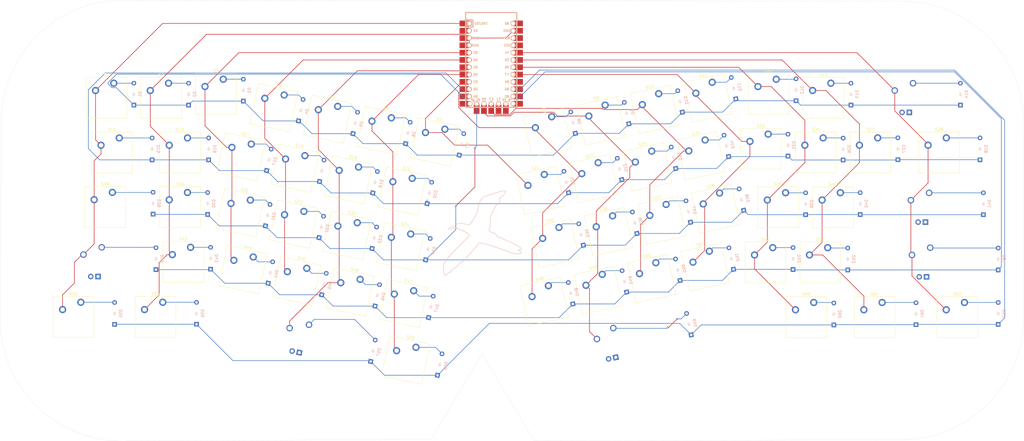
<source format=kicad_pcb>
(kicad_pcb (version 20240108) (generator "pcbnew") (generator_version "8.0")
  (layers (0 "F.Cu" signal) (31 "B.Cu" signal) (34 "B.Paste" user) (35 "F.Paste" user) (36 "B.SilkS" user "B.Silkscreen") (37 "F.SilkS" user "F.Silkscreen") (38 "B.Mask" user) (39 "F.Mask" user) (44 "Edge.Cuts" user))
  (net 0 "")
  (net 1 "Net-(D1-A)")
  (net 2 "Row 0")
  (net 3 "Net-(D2-A)")
  (net 4 "Net-(D3-A)")
  (net 5 "Net-(D4-A)")
  (net 6 "Net-(D5-A)")
  (net 7 "Net-(D6-A)")
  (net 8 "Net-(D7-A)")
  (net 9 "Net-(D8-A)")
  (net 10 "Net-(D9-A)")
  (net 11 "Net-(D10-A)")
  (net 12 "Net-(D11-A)")
  (net 13 "Net-(D12-A)")
  (net 14 "Net-(D13-A)")
  (net 15 "Net-(D14-A)")
  (net 16 "Row 1")
  (net 17 "Net-(D15-A)")
  (net 18 "Net-(D16-A)")
  (net 19 "Net-(D17-A)")
  (net 20 "Net-(D18-A)")
  (net 21 "Net-(D19-A)")
  (net 22 "Net-(D20-A)")
  (net 23 "Net-(D21-A)")
  (net 24 "Net-(D22-A)")
  (net 25 "Net-(D23-A)")
  (net 26 "Net-(D24-A)")
  (net 27 "Net-(D25-A)")
  (net 28 "Net-(D26-A)")
  (net 29 "Net-(D27-A)")
  (net 30 "Net-(D28-A)")
  (net 31 "Row 2")
  (net 32 "Net-(D29-A)")
  (net 33 "Net-(D30-A)")
  (net 34 "Net-(D31-A)")
  (net 35 "Net-(D32-A)")
  (net 36 "Net-(D33-A)")
  (net 37 "Net-(D34-A)")
  (net 38 "Net-(D35-A)")
  (net 39 "Net-(D36-A)")
  (net 40 "Net-(D37-A)")
  (net 41 "Net-(D38-A)")
  (net 42 "Net-(D39-A)")
  (net 43 "Net-(D40-A)")
  (net 44 "Net-(D41-A)")
  (net 45 "Net-(D42-A)")
  (net 46 "Row 3")
  (net 47 "Net-(D43-A)")
  (net 48 "Net-(D44-A)")
  (net 49 "Net-(D45-A)")
  (net 50 "Net-(D46-A)")
  (net 51 "Net-(D47-A)")
  (net 52 "Net-(D48-A)")
  (net 53 "Net-(D49-A)")
  (net 54 "Net-(D50-A)")
  (net 55 "Net-(D51-A)")
  (net 56 "Net-(D52-A)")
  (net 57 "Net-(D53-A)")
  (net 58 "Net-(D54-A)")
  (net 59 "Net-(D55-A)")
  (net 60 "Row 4")
  (net 61 "Net-(D56-A)")
  (net 62 "Net-(D57-A)")
  (net 63 "Net-(D58-A)")
  (net 64 "Net-(D59-A)")
  (net 65 "Net-(D60-A)")
  (net 66 "Net-(D61-A)")
  (net 67 "Net-(D62-A)")
  (net 68 "Col 0")
  (net 69 "Col 1")
  (net 70 "Col 2")
  (net 71 "Col 3")
  (net 72 "Col 4")
  (net 73 "Col 5")
  (net 74 "Col 6")
  (net 75 "Col 7")
  (net 76 "Col 8")
  (net 77 "Col 9")
  (net 78 "Col 10")
  (net 79 "Col 11")
  (net 80 "Col 12")
  (net 81 "Col 13")
  (net 82 "GND")
  (net 88 "+5V")
  (footprint "ScottoKeebs_MX:MX_PCB_1.00u" (layer "F.Cu") (at 173.49101 164.653809 -12)
    (property "Reference" "S47")
    (property "Value" "Keyswitch")
  )
  (footprint "ScottoKeebs_MX:MX_PCB_1.00u" (layer "F.Cu") (at 95.78 131.11)
    (property "Reference" "S30")
    (property "Value" "Keyswitch")
  )
  (footprint "ScottoKeebs_MX:MX_PCB_1.00u" (layer "F.Cu") (at 300.66 91.71)
    (property "Reference" "S12")
    (property "Value" "Keyswitch")
  )
  (footprint "ScottoKeebs_MX:MX_PCB_1.50u" (layer "F.Cu") (at 359.86 112.11)
    (property "Reference" "S28")
    (property "Value" "Keyswitch")
  )
  (footprint "ScottoKeebs_MX:MX_PCB_1.00u" (layer "F.Cu") (at 322.98 131.19)
    (property "Reference" "S40")
    (property "Value" "Keyswitch")
  )
  (footprint "ScottoKeebs_MX:MX_PCB_1.75u" (layer "F.Cu") (at 69.64468 131.086105)
    (property "Reference" "S29")
    (property "Value" "Keyswitch")
  )
  (footprint "ai03_mx:MXOnly-2U" (layer "F.Cu") (at 348.262394 93.08211)
    (property "Reference" "S14")
    (property "Value" "Keyswitch")
  )
  (footprint "ai03_mx:MXOnly-2.75U" (layer "F.Cu") (at 354.26 150.31)
    (property "Reference" "S54")
    (property "Value" "Keyswitch")
  )
  (footprint "ScottoKeebs_MX:MX_PCB_1.00u" (layer "F.Cu") (at 117.66 152.91 -12)
    (property "Reference" "S44")
    (property "Value" "Keyswitch")
  )
  (footprint "ScottoKeebs_MX:MX_PCB_1.00u" (layer "F.Cu") (at 96.86 150.19)
    (property "Reference" "S43")
    (property "Value" "Keyswitch")
  )
  (footprint "ScottoKeebs_MX:MX_PCB_1.00u" (layer "F.Cu") (at 135.648404 117.653809 -12)
    (property "Reference" "S18")
    (property "Value" "Keyswitch")
  )
  (footprint "ScottoKeebs_MX:MX_PCB_1.00u" (layer "F.Cu") (at 260.86601 97.141191 12)
    (property "Reference" "S10")
    (property "Value" "Keyswitch")
  )
  (footprint "ScottoKeebs_MX:MX_PCB_1.00u" (layer "F.Cu") (at 282.06 131.71 12)
    (property "Reference" "S38")
    (property "Value" "Keyswitch")
  )
  (footprint "ScottoKeebs_MX:MX_PCB_1.00u" (layer "F.Cu") (at 95.786394 112.13211)
    (property "Reference" "S16")
    (property "Value" "Keyswitch")
  )
  (footprint "ScottoKeebs_MX:MX_PCB_1.00u" (layer "F.Cu") (at 89.182394 93.08211)
    (property "Reference" "S2")
    (property "Value" "Keyswitch")
  )
  (footprint "ScottoKeebs_MX:MX_PCB_1.00u" (layer "F.Cu") (at 313.72 169.39)
    (property "Reference" "S60")
    (property "Value" "Keyswitch")
  )
  (footprint "ScottoKeebs_MX:MX_PCB_1.00u" (layer "F.Cu") (at 222.49101 163.966191 12)
    (property "Reference" "S48")
    (property "Value" "Keyswitch")
  )
  (footprint "ScottoKeebs_MX:MX_PCB_1.00u" (layer "F.Cu") (at 116.66 133.11 -12)
    (property "Reference" "S31")
    (property "Value" "Keyswitch")
  )
  (footprint "ScottoKeebs_MX:MX_PCB_1.00u" (layer "F.Cu") (at 172.46 144.91 -12)
    (property "Reference" "S34")
    (property "Value" "Keyswitch")
  )
  (footprint "ScottoKeebs_MX:MX_PCB_1.00u" (layer "F.Cu") (at 136.29101 156.853809 -12)
    (property "Reference" "S45")
    (property "Value" "Keyswitch")
  )
  (footprint "ScottoKeebs_MX:MX_PCB_1.00u" (layer "F.Cu") (at 278.49101 151.966191 12)
    (property "Reference" "S51")
    (property "Value" "Keyswitch")
  )
  (footprint "keebio-parts:Elite-C-castellated-29pin-holes" (layer "F.Cu") (at 204.024211 81.176005 -90)
    (property "Reference" "U2" (hide yes))
    (property "Value" "Elite-C" (hide yes))
  )
  (footprint "ScottoKeebs_MX:MX_PCB_1.00u" (layer "F.Cu") (at 258.434099 117.127608 12)
    (property "Reference" "S23")
    (property "Value" "Keyswitch")
  )
  (footprint "ScottoKeebs_MX:MX_PCB_1.00u" (layer "F.Cu") (at 242.24101 101.116191 12)
    (property "Reference" "S9")
    (property "Value" "Keyswitch")
  )
  (footprint "ScottoKeebs_MX:MX_PCB_1.00u" (layer "F.Cu") (at 153.858647 140.986638 -12)
    (property "Reference" "S33")
    (property "Value" "Keyswitch")
  )
  (footprint "ScottoKeebs_MX:MX_PCB_1.00u" (layer "F.Cu") (at 128.419609 96.540613 -12)
    (property "Reference" "S4")
    (property "Value" "Keyswitch")
  )
  (footprint "ScottoKeebs_MX:MX_PCB_1.00u" (layer "F.Cu") (at 135.29101 137.053809 -12)
    (property "Reference" "S32")
    (property "Value" "Keyswitch")
  )
  (footprint "ScottoKeebs_MX:MX_PCB_1.00u" (layer "F.Cu") (at 172.986404 125.553918 -12)
    (property "Reference" "S20")
    (property "Value" "Keyswitch")
  )
  (footprint "ScottoKeebs_MX:MX_PCB_1.00u" (layer "F.Cu") (at 299.46 150.31)
    (property "Reference" "S52")
    (property "Value" "Keyswitch")
  )
  (footprint "ScottoKeebs_MX:MX_PCB_1.00u" (layer "F.Cu") (at 154.317404 121.616918 -12)
    (property "Reference" "S19")
    (property "Value" "Keyswitch")
  )
  (footprint "ScottoKeebs_MX:MX_PCB_1.00u" (layer "F.Cu") (at 221.057714 125.25322 12)
    (property "Reference" "S21")
    (property "Value" "Keyswitch")
  )
  (footprint "ScottoKeebs_MX:MX_PCB_1.00u" (layer "F.Cu") (at 165.718891 104.479325 -12)
    (property "Reference" "S6")
    (property "Value" "Keyswitch")
  )
  (footprint "ScottoKeebs_MX:MX_PCB_1.50u" (layer "F.Cu") (at 366.18 169.39)
    (property "Reference" "S62")
    (property "Value" "Keyswitch")
  )
  (footprint "ScottoKeebs_MX:MX_PCB_1.00u" (layer "F.Cu") (at 239.809016 121.161196 12)
    (property "Reference" "S22")
    (property "Value" "Keyswitch")
  )
  (footprint "ScottoKeebs_MX:MX_PCB_1.00u" (layer "F.Cu") (at 318.58 150.31)
    (property "Reference" "S53")
    (property "Value" "Keyswitch")
  )
  (footprint "ScottoKeebs_MX:MX_PCB_1.00u" (layer "F.Cu") (at 154.86 160.71 -12)
    (property "Reference" "S46")
    (property "Value" "Keyswitch")
  )
  (footprint "ScottoKeebs_MX:MX_PCB_1.50u" (layer "F.Cu") (at 337.52 169.39)
    (property "Reference" "S61")
    (property "Value" "Keyswitch")
  )
  (footprint "ScottoKeebs_MX:MX_PCB_1.00u" (layer "F.Cu") (at 244.82899 139.653809 12)
    (property "Reference" "S36")
    (property "Value" "Keyswitch")
  )
  (footprint "ai03_mx:MXOnly-2.25U" (layer "F.Cu") (at 65.92 150.19)
    (property "Reference" "S42")
    (property "Value" "Keyswitch")
  )
  (footprint "ScottoKeebs_MX:MX_PCB_1.25u" (layer "F.Cu") (at 174.29101 184.350894 -12)
    (property "Reference" "S58")
    (property "Value" "Keyswitch")
  )
  (footprint "ScottoKeebs_MX:MX_PCB_1.00u" (layer "F.Cu") (at 226.169676 143.694704 12)
    (property "Reference" "S35")
    (property "Value" "Keyswitch")
  )
  (footprint "ScottoKeebs_MX:MX_PCB_1.00u" (layer "F.Cu") (at 279.49101 93.166191 12)
    (property "Reference" "S11")
    (property "Value" "Keyswitch")
  )
  (footprint "ScottoKeebs_MX:MX_PCB_1.00u" (layer "F.Cu") (at 316.98 112.11)
    (property "Reference" "S26")
    (property "Value" "Keyswitch")
  )
  (footprint "ScottoKeebs_MX:MX_PCB_1.00u" (layer "F.Cu") (at 303.92 131.19)
    (property "Reference" "S39")
    (property "Value" "Keyswitch")
  )
  (footprint "ScottoKeebs_MX:MX_PCB_1.00u" (layer "F.Cu") (at 319.687394 93.08211)
    (property "Reference" "S13")
    (property "Value" "Keyswitch")
  )
  (footprint "ScottoKeebs_MX:MX_PCB_1.50u" (layer "F.Cu") (at 58.66 169.31)
    (property "Reference" "S55")
    (property "Value" "Keyswitch")
  )
  (footprint "ScottoKeebs_MX:MX_PCB_1.50u" (layer "F.Cu") (at 72.037394 112.13211)
    (property "Reference" "S15")
    (property "Value" "Keyswitch")
  )
  (footprint "ScottoKeebs_MX:MX_PCB_1.00u" (layer "F.Cu") (at 241.231696 160.007086 12)
    (property "Reference" "S49")
    (property "Value" "Keyswitch")
  )
  (footprint "ai03_mx:MXOnly-2.75U" (layer "F.Cu") (at 137.06 176.51 -12)
    (property "Reference" "S57")
    (property "Value" "Keyswitch")
  )
  (footprint "ScottoKeebs_MX:MX_PCB_1.00u" (layer "F.Cu") (at 116.979404 113.615918 -12)
    (property "Reference" "S17")
    (property "Value" "Keyswitch")
  )
  (footprint "ScottoKeebs_MX:MX_PCB_1.00u" (layer "F.Cu") (at 297.86 110.79)
    (property "Reference" "S25")
    (property "Value" "Keyswitch")
  )
  (footprint "ScottoKeebs_MX:MX_PCB_1.00u" (layer "F.Cu") (at 147.053891 100.504325 -12)
    (property "Reference" "S5")
    (property "Value" "Keyswitch")
  )
  (footprint "ScottoKeebs_MX:MX_PCB_1.50u" (layer "F.Cu") (at 87.18 169.31)
    (property "Reference" "S56")
    (property "Value" "Keyswitch")
  )
  (footprint "ScottoKeebs_MX:MX_PCB_1.00u" (layer "F.Cu") (at 263.46 135.689969 12)
    (property "Reference" "S37")
    (property "Value" "Keyswitch")
  )
  (footprint "ScottoKeebs_MX:MX_PCB_1.00u" (layer "F.Cu") (at 108.222189 91.68511)
    (property "Reference" "S3")
    (property "Value" "Keyswitch")
  )
  (footprint "ScottoKeebs_MX:MX_PCB_1.00u" (layer "F.Cu") (at 70.132394 93.08211)
    (property "Reference" "S1")
    (property "Value" "Keyswitch")
  )
  (footprint "ScottoKeebs_MX:MX_PCB_1.00u" (layer "F.Cu") (at 184.347329 108.44803 -12)
    (property "Reference" "S7")
    (property "Value" "Keyswitch")
  )
  (footprint "ScottoKeebs_MX:MX_PCB_1.00u" (layer "F.Cu") (at 277.02899 113.253809 12)
    (property "Reference" "S24")
    (property "Value" "Keyswitch")
  )
  (footprint "ScottoKeebs_MX:MX_PCB_1.00u" (layer "F.Cu") (at 335.98 112.11)
    (property "Reference" "S27")
    (property "Value" "Keyswitch")
  )
  (footprint "ai03_mx:MXOnly-2.25U" (layer "F.Cu") (at 353.87 131.25)
    (property "Reference" "S41")
    (property "Value" "Keyswitch")
  )
  (footprint "ScottoKeebs_MX:MX_PCB_1.00u" (layer "F.Cu") (at 223.638805 105.166191 12)
    (property "Reference" "S8")
    (property "Value" "Keyswitch")
  )
  (footprint "ScottoKeebs_MX:MX_PCB_1.00u" (layer "F.Cu") (at 259.89101 155.966191 12)
    (property "Reference" "S50")
    (property "Value" "Keyswitch")
  )
  (footprint "ai03_mx:MXOnly-3U" (layer "F.Cu") (at 245.06 178.71 12)
    (property "Reference" "S59")
    (property "Value" "Keyswitch")
  )
  (footprint "ScottoKeebs_Components:Diode_DO-35" (layer "B.Cu") (at 251.930302 102.123976 102)
    (property "Reference" "D9")
    (property "Value" "Diode" (hide yes))
  )
  (footprint "ScottoKeebs_Components:Diode_DO-35" (layer "B.Cu") (at 323.26 172.12 90)
    (property "Reference" "D60")
    (property "Value" "Diode" (hide yes))
  )
  (footprint "ScottoKeebs_Components:Diode_DO-35" (layer "B.Cu") (at 181.202068 149.482747 78)
    (property "Reference" "D34")
    (property "Value" "Diode" (hide yes))
  )
  (footprint "ScottoKeebs_Components:Diode_DO-35" (layer "B.Cu") (at 126.375713 157.613485 78)
    (property "Reference" "D44")
    (property "Value" "Diode" (hide yes))
  )
  (footprint "ScottoKeebs_Components:Diode_DO-35" (layer "B.Cu") (at 351.86 172.03 90)
    (property "Reference" "D61")
    (property "Value" "Diode" (hide yes))
  )
  (footprint "ScottoKeebs_Components:Diode_DO-35" (layer "B.Cu") (at 125.444211 137.656005 78)
    (property "Reference" "D31")
    (property "Value" "Diode" (hide yes))
  )
  (footprint "ScottoKeebs_Components:Diode_DO-35" (layer "B.Cu") (at 236.086355 144.382747 102)
    (property "Reference" "D35")
    (property "Value" "Diode" (hide yes))
  )
  (footprint "ScottoKeebs_Components:Diode_DO-35" (layer "B.Cu") (at 288.344287 152.763485 102)
    (property "Reference" "D51")
    (property "Value" "Diode" (hide yes))
  )
  (footprint "ScottoKeebs_Components:Diode_DO-35" (layer "B.Cu") (at 101.46 171.88 90)
    (property "Reference" "D56")
    (property "Value" "Diode" (hide yes))
  )
  (footprint "ScottoKeebs_Components:Diode_DO-35" (layer "B.Cu") (at 162.820619 126.192312 78)
    (property "Reference" "D19")
    (property "Value" "Diode" (hide yes))
  )
  (footprint "ScottoKeebs_Components:Diode_DO-35" (layer "B.Cu") (at 117.747189 94.22511 90)
    (property "Reference" "D3")
    (property "Value" "Diode" (hide yes))
  )
  (footprint "ScottoKeebs_Components:Diode_DO-35" (layer "B.Cu") (at 328.11 152.98 90)
    (property "Reference" "D53")
    (property "Value" "Diode" (hide yes))
  )
  (footprint "ScottoKeebs_Components:Diode_DO-35" (layer "B.Cu") (at 380.46 152.98 90)
    (property "Reference" "D54")
    (property "Value" "Diode" (hide yes))
  )
  (footprint "ScottoKeebs_Components:Diode_DO-35" (layer "B.Cu") (at 162.552068 145.532747 78)
    (property "Reference" "D33")
    (property "Value" "Diode" (hide yes))
  )
  (footprint "ScottoKeebs_Components:Diode_DO-35" (layer "B.Cu") (at 136.958112 101.118398 78)
    (property "Reference" "D4")
    (property "Value" "Diode" (hide yes))
  )
  (footprint "ScottoKeebs_Components:Diode_DO-35" (layer "B.Cu") (at 291.886355 132.232747 102)
    (property "Reference" "D38")
    (property "Value" "Diode" (hide yes))
  )
  (footprint "ScottoKeebs_Components:Diode_DO-35" (layer "B.Cu") (at 232.444287 164.813485 102)
    (property "Reference" "D48")
    (property "Value" "Diode" (hide yes))
  )
  (footprint "ScottoKeebs_Components:Diode_DO-35" (layer "B.Cu") (at 254.736355 140.282747 102)
    (property "Reference" "D36")
    (property "Value" "Diode" (hide yes))
  )
  (footprint "ScottoKeebs_Components:Diode_DO-35" (layer "B.Cu") (at 106.36 152.73 90)
    (property "Reference" "D43")
    (property "Value" "Diode" (hide yes))
  )
  (footprint "ScottoKeebs_Components:Diode_DO-35" (layer "B.Cu") (at 105.692394 114.67211 90)
    (property "Reference" "D16")
    (property "Value" "Diode" (hide yes))
  )
  (footprint "ScottoKeebs_Components:Diode_DO-35" (layer "B.Cu") (at 380.46 171.93 90)
    (property "Reference" "D62")
    (property "Value" "Diode" (hide yes))
  )
  (footprint "ScottoKeebs_Components:Diode_DO-35" (layer "B.Cu") (at 230.922763 126.109054 102)
    (property "Reference" "D21")
    (property "Value" "Diode" (hide yes))
  )
  (footprint "LOGO" (layer "B.Cu") (at 199.268154 139.710338 180)
    (property "Reference" "Albatross" (hide yes))
    (property "Value" "LOGO" (hide yes))
  )
  (footprint "ScottoKeebs_Components:Diode_DO-35" (layer "B.Cu") (at 286.636355 113.532747 102)
    (property "Reference" "D24")
    (property "Value" "Diode" (hide yes))
  )
  (footprint "ScottoKeebs_Components:Diode_DO-35" (layer "B.Cu") (at 309.06 152.83 90)
    (property "Reference" "D52")
    (property "Value" "Diode" (hide yes))
  )
  (footprint "ScottoKeebs_Components:Diode_DO-35" (layer "B.Cu") (at 251.152144 160.686742 102)
    (property "Reference" "D49")
    (property "Value" "Diode" (hide yes))
  )
  (footprint "ScottoKeebs_Components:Diode_DO-35" (layer "B.Cu") (at 367.312394 95.62211 90)
    (property "Reference" "D14")
    (property "Value" "Diode" (hide yes))
  )
  (footprint "ScottoKeebs_Components:Diode_DO-35" (layer "B.Cu") (at 125.855251 118.398852 78)
    (property "Reference" "D17")
    (property "Value" "Diode" (hide yes))
  )
  (footprint "ScottoKeebs_Components:Diode_DO-35" (layer "B.Cu") (at 374.144211 114.656005 90)
    (property "Reference" "D28")
    (property "Value" "Diode" (hide yes))
  )
  (footprint "ScottoKeebs_Components:Diode_DO-35" (layer "B.Cu") (at 144.094211 141.756005 78)
    (property "Reference" "D32")
    (property "Value" "Diode" (hide yes))
  )
  (footprint "ScottoKeebs_Components:Diode_DO-35" (layer "B.Cu") (at 273.602144 175.586742 102)
    (property "Reference" "D59")
    (property "Value" "Diode" (hide yes))
  )
  (footprint "ScottoKeebs_Components:Diode_DO-35" (layer "B.Cu") (at 313.444211 133.766005 90)
    (property "Reference" "D39")
    (property "Value" "Diode" (hide yes))
  )
  (footprint "ScottoKeebs_Components:Diode_DO-35" (layer "B.Cu") (at 329.212394 95.62211 90)
    (property "Reference" "D13")
    (property "Value" "Diode" (hide yes))
  )
  (footprint "ScottoKeebs_Components:Diode_DO-35" (layer "B.Cu") (at 145.025713 161.613485 78)
    (property "Reference" "D45")
    (property "Value" "Diode" (hide yes))
  )
  (footprint "ScottoKeebs_Components:Diode_DO-35" (layer "B.Cu") (at 326.494211 114.726005 90)
    (property "Reference" "D26")
    (property "Value" "Diode" (hide yes))
  )
  (footprint "ScottoKeebs_Components:Diode_DO-35" (layer "B.Cu") (at 310.112507 94.098976 90)
    (property "Reference" "D12")
    (property "Value" "Diode" (hide yes))
  )
  (footprint "ScottoKeebs_Components:Diode_DO-35" (layer "B.Cu") (at 307.294211 113.366005 90)
    (property "Reference" "D25")
    (property "Value" "Diode" (hide yes))
  )
  (footprint "ScottoKeebs_Components:Diode_DO-35" (layer "B.Cu") (at 268.236355 117.682747 102)
    (property "Reference" "D23")
    (property "Value" "Diode" (hide yes))
  )
  (footprint "ScottoKeebs_Components:Diode_DO-35" (layer "B.Cu") (at 249.478498 121.576005 102)
    (property "Reference" "D22")
    (property "Value" "Diode" (hide yes))
  )
  (footprint "ScottoKeebs_Components:Diode_DO-35" (layer "B.Cu") (at 332.444211 133.716005 90)
    (property "Reference" "D40")
    (property "Value" "Diode" (hide yes))
  )
  (footprint "ScottoKeebs_Components:Diode_DO-35" (layer "B.Cu") (at 72.96 171.92 90)
    (property "Reference" "D55")
    (property "Value" "Diode" (hide yes))
  )
  (footprint "ScottoKeebs_Components:Diode_DO-35" (layer "B.Cu") (at 174.226106 109.042828 78)
    (property "Reference" "D6")
    (property "Value" "Diode" (hide yes))
  )
  (footprint "ScottoKeebs_Components:Diode_DO-35" (layer "B.Cu") (at 79.657394 95.62211 90)
    (property "Reference" "D1")
    (property "Value" "Diode" (hide yes))
  )
  (footprint "ScottoKeebs_Components:Diode_DO-35" (layer "B.Cu") (at 185.317857 189.636742 78)
    (property "Reference" "D58")
    (property "Value" "Diode" (hide yes))
  )
  (footprint "ScottoKeebs_Components:Diode_DO-35" (layer "B.Cu") (at 345.544211 114.626005 90)
    (property "Reference" "D27")
    (property "Value" "Diode" (hide yes))
  )
  (footprint "ScottoKeebs_Components:Diode_DO-35" (layer "B.Cu") (at 163.575713 165.563485 78)
    (property "Reference" "D46")
    (property "Value" "Diode" (hide yes))
  )
  (footprint "ScottoKeebs_Components:Diode_DO-35" (layer "B.Cu") (at 192.885832 113.025815 78)
    (property "Reference" "D7")
    (property "Value" "Diode" (hide yes))
  )
  (footprint "ScottoKeebs_Components:Diode_DO-35" (layer "B.Cu") (at 375.294211 133.766005 90)
    (property "Reference" "D41")
    (property "Value" "Diode" (hide yes))
  )
  (footprint "ScottoKeebs_Components:Diode_DO-35" (layer "B.Cu") (at 144.270251 122.208852 78)
    (property "Reference" "D18" (hide yes))
    (property "Value" "Diode" (hide yes))
  )
  (footprint "ScottoKeebs_Components:Diode_DO-35" (layer "B.Cu") (at 269.752144 156.636742 102)
    (property "Reference" "D50")
    (property "Value" "Diode" (hide yes))
  )
  (footprint "ScottoKeebs_Components:Diode_DO-35" (layer "B.Cu") (at 86.344211 133.566005 90)
    (property "Reference" "D29")
    (property "Value" "Diode" (hide yes))
  )
  (footprint "ScottoKeebs_Components:Diode_DO-35" (layer "B.Cu") (at 289.157507 93.463976 102)
    (property "Reference" "D11")
    (property "Value" "Diode" (hide yes))
  )
  (footprint "ScottoKeebs_Components:Diode_DO-35" (layer "B.Cu") (at 87.36 152.87 90)
    (property "Reference" "D42")
    (property "Value" "Diode" (hide yes))
  )
  (footprint "ScottoKeebs_Components:Diode_DO-35" (layer "B.Cu") (at 270.532507 98.073976 102)
    (property "Reference" "D10")
    (property "Value" "Diode" (hide yes))
  )
  (footprint "ScottoKeebs_Components:Diode_DO-35" (layer "B.Cu") (at 98.707394 95.62211 90)
    (property "Reference" "D2")
    (property "Value" "Diode" (hide yes))
  )
  (footprint "ScottoKeebs_Components:Diode_DO-35" (layer "B.Cu") (at 162.067857 184.836742 78)
    (property "Reference" "D57")
    (property "Value" "Diode" (hide yes))
  )
  (footprint "ScottoKeebs_Components:Diode_DO-35" (layer "B.Cu") (at 233.29659 105.449694 102)
    (property "Reference" "D8")
    (property "Value" "Diode" (hide yes))
  )
  (footprint "ScottoKeebs_Components:Diode_DO-35" (layer "B.Cu") (at 155.913107 105.550595 78)
    (property "Reference" "D5")
    (property "Value" "Diode" (hide yes))
  )
  (footprint "ScottoKeebs_Components:Diode_DO-35" (layer "B.Cu") (at 273.386355 136.382747 102)
    (property "Reference" "D37")
    (property "Value" "Diode" (hide yes))
  )
  (footprint "ScottoKeebs_Components:Diode_DO-35" (layer "B.Cu") (at 181.713476 129.919054 78)
    (property "Reference" "D20")
    (property "Value" "Diode" (hide yes))
  )
  (footprint "ScottoKeebs_Components:Diode_DO-35" (layer "B.Cu") (at 86.007394 114.67211 90)
    (property "Reference" "D15")
    (property "Value" "Diode" (hide yes))
  )
  (footprint "ScottoKeebs_Components:Diode_DO-35" (layer "B.Cu") (at 105.344211 133.666005 90)
    (property "Reference" "D30")
    (property "Value" "Diode" (hide yes))
  )
  (footprint "ScottoKeebs_Components:Diode_DO-35" (layer "B.Cu") (at 182.225713 169.563485 78)
    (property "Reference" "D47")
    (property "Value" "Diode" (hide yes))
  )
  (gr_line (start 76.720101 59.073252) (end 345.137 59.508696) (stroke (width 0.05)) (layer "Edge.Cuts"))
  (gr_arc (start 77.382359 212.503514) (mid 45.93468 200.456105) (end 33.101826 169.320684) (stroke (width 0.05)) (layer "Edge.Cuts"))
  (gr_arc (start 345.137 59.508696) (mid 376.584669 71.556112) (end 389.417533 102.691526) (stroke (width 0.05)) (layer "Edge.Cuts"))
  (gr_line (start 218.93468 212.406105) (end 346.13468 212.056105) (stroke (width 0.05)) (layer "Edge.Cuts"))
  (gr_arc (start 389.31751 167.775572) (mid 377.270103 199.223254) (end 346.13468 212.056105) (stroke (width 0.05)) (layer "Edge.Cuts"))
  (gr_line (start 183.13468 211.906105) (end 200.78468 182.156105) (stroke (width 0.05)) (layer "Edge.Cuts"))
  (gr_arc (start 33.537271 103.353785) (mid 45.58468 71.906106) (end 76.720101 59.073252) (stroke (width 0.05)) (layer "Edge.Cuts"))
  (gr_line (start 33.537271 103.353785) (end 33.101826 169.320684) (stroke (width 0.05)) (layer "Edge.Cuts"))
  (gr_line (start 183.13468 211.906105) (end 77.382359 212.503514) (stroke (width 0.05)) (layer "Edge.Cuts"))
  (gr_line (start 389.417533 102.691526) (end 389.31751 167.775572) (stroke (width 0.05)) (layer "Edge.Cuts"))
  (gr_line (start 200.78468 182.156105) (end 218.93468 212.406105) (stroke (width 0.05)) (layer "Edge.Cuts"))
  (segment (start 72.672394 88.00211) (end 79.657394 88.00211) (width 0.2032) (layer "B.Cu") (net 1))
  (segment (start 270.532507 98.073976) (end 284.547507 98.073976) (width 0.2032) (layer "B.Cu") (net 2))
  (segment (start 233.29659 105.449694) (end 248.604584 105.449694) (width 0.2032) (layer "B.Cu") (net 2))
  (segment (start 174.226106 109.042828) (end 174.271403 109.042828) (width 0.2032) (layer "B.Cu") (net 2))
  (segment (start 117.747189 94.22511) (end 100.104394 94.22511) (width 0.2032) (layer "B.Cu") (net 2))
  (segment (start 141.62917 105.550595) (end 155.913107 105.550595) (width 0.2032) (layer "B.Cu") (net 2))
  (segment (start 289.792507 94.098976) (end 310.112507 94.098976) (width 0.2032) (layer "B.Cu") (net 2))
  (segment (start 186.342911 84.856105) (end 196.632811 95.146005) (width 0.2032) (layer "B.Cu") (net 2))
  (segment (start 117.747189 94.22511) (end 124.640477 101.118398) (width 0.2032) (layer "B.Cu") (net 2))
  (segment (start 79.657394 95.62211) (end 98.707394 95.62211) (width 0.2032) (layer "B.Cu") (net 2))
  (segment (start 79.657394 95.62211) (end 73.592194 89.55691) (width 0.2032) (layer "B.Cu") (net 2))
  (segment (start 136.958112 101.118398) (end 137.196973 101.118398) (width 0.2032) (layer "B.Cu") (net 2))
  (segment (start 311.635641 95.62211) (end 329.212394 95.62211) (width 0.2032) (layer "B.Cu") (net 2))
  (segment (start 72.028374 89.55691) (end 70.73468 88.263216) (width 0.2032) (layer "B.Cu") (net 2))
  (segment (start 248.604584 105.449694) (end 251.930302 102.123976) (width 0.2032) (layer "B.Cu") (net 2))
  (segment (start 225.720469 113.025815) (end 233.29659 105.449694) (width 0.2032) (layer "B.Cu") (net 2))
  (segment (start 251.930302 102.123976) (end 266.482507 102.123976) (width 0.2032) (layer "B.Cu") (net 2))
  (segment (start 124.640477 101.118398) (end 136.958112 101.118398) (width 0.2032) (layer "B.Cu") (net 2))
  (segment (start 73.592194 89.55691) (end 72.028374 89.55691) (width 0.2032) (layer "B.Cu") (net 2))
  (segment (start 137.196973 101.118398) (end 141.62917 105.550595) (width 0.2032) (layer "B.Cu") (net 2))
  (segment (start 159.40534 109.042828) (end 174.226106 109.042828) (width 0.2032) (layer "B.Cu") (net 2))
  (segment (start 192.885832 113.025815) (end 225.720469 113.025815) (width 0.2032) (layer "B.Cu") (net 2))
  (segment (start 155.913107 105.550595) (end 159.40534 109.042828) (width 0.2032) (layer "B.Cu") (net 2))
  (segment (start 284.547507 98.073976) (end 289.157507 93.463976) (width 0.2032) (layer "B.Cu") (net 2))
  (segment (start 310.112507 94.098976) (end 311.635641 95.62211) (width 0.2032) (layer "B.Cu") (net 2))
  (segment (start 178.25439 113.025815) (end 192.885832 113.025815) (width 0.2032) (layer "B.Cu") (net 2))
  (segment (start 266.482507 102.123976) (end 270.532507 98.073976) (width 0.2032) (layer "B.Cu") (net 2))
  (segment (start 100.104394 94.22511) (end 98.707394 95.62211) (width 0.2032) (layer "B.Cu") (net 2))
  (segment (start 73.619579 84.856105) (end 186.342911 84.856105) (width 0.2032) (layer "B.Cu") (net 2))
  (segment (start 289.157507 93.463976) (end 289.792507 94.098976) (width 0.2032) (layer "B.Cu") (net 2))
  (segment (start 70.73468 87.741004) (end 73.619579 84.856105) (width 0.2032) (layer "B.Cu") (net 2))
  (segment (start 329.212394 95.62211) (end 367.312394 95.62211) (width 0.2032) (layer "B.Cu") (net 2))
  (segment (start 70.73468 88.263216) (end 70.73468 87.741004) (width 0.2032) (layer "B.Cu") (net 2))
  (segment (start 174.271403 109.042828) (end 178.25439 113.025815) (width 0.2032) (layer "B.Cu") (net 2))
  (segment (start 91.722394 88.00211) (end 98.707394 88.00211) (width 0.2032) (layer "B.Cu") (net 3))
  (segment (start 110.762189 86.60511) (end 117.747189 86.60511) (width 0.2032) (layer "B.Cu") (net 4))
  (segment (start 131.960295 92.099719) (end 136.977205 92.099719) (width 0.2032) (layer "B.Cu") (net 5))
  (segment (start 136.977205 92.099719) (end 138.542399 93.664913) (width 0.2032) (layer "B.Cu") (net 5))
  (segment (start 150.594577 96.063431) (end 155.463715 96.063431) (width 0.2032) (layer "B.Cu") (net 6))
  (segment (start 155.463715 96.063431) (end 157.497394 98.09711) (width 0.2032) (layer "B.Cu") (net 6))
  (segment (start 169.259577 100.038431) (end 174.259481 100.038431) (width 0.2032) (layer "B.Cu") (net 7))
  (segment (start 174.259481 100.038431) (end 175.810393 101.589343) (width 0.2032) (layer "B.Cu") (net 7))
  (segment (start 187.888015 104.007136) (end 192.904925 104.007136) (width 0.2032) (layer "B.Cu") (net 8))
  (segment (start 192.904925 104.007136) (end 194.470119 105.57233) (width 0.2032) (layer "B.Cu") (net 8))
  (segment (start 225.067109 99.669105) (end 230.039407 99.669105) (width 0.2032) (layer "B.Cu") (net 9))
  (segment (start 230.039407 99.669105) (end 231.712303 97.996209) (width 0.2032) (layer "B.Cu") (net 9))
  (segment (start 243.669314 95.619105) (end 249.397401 95.619105) (width 0.2032) (layer "B.Cu") (net 10))
  (segment (start 249.397401 95.619105) (end 250.346015 94.670491) (width 0.2032) (layer "B.Cu") (net 10))
  (segment (start 267.924606 91.644105) (end 268.94822 90.620491) (width 0.2032) (layer "B.Cu") (net 11))
  (segment (start 262.294314 91.644105) (end 267.924606 91.644105) (width 0.2032) (layer "B.Cu") (net 11))
  (segment (start 280.919314 87.669105) (end 285.914606 87.669105) (width 0.2032) (layer "B.Cu") (net 12))
  (segment (start 285.914606 87.669105) (end 287.57322 86.010491) (width 0.2032) (layer "B.Cu") (net 12))
  (segment (start 303.2 86.63) (end 309.961483 86.63) (width 0.2032) (layer "B.Cu") (net 13))
  (segment (start 309.961483 86.63) (end 310.112507 86.478976) (width 0.2032) (layer "B.Cu") (net 13))
  (segment (start 322.227394 88.00211) (end 329.212394 88.00211) (width 0.2032) (layer "B.Cu") (net 14))
  (segment (start 350.802394 88.00211) (end 367.312394 88.00211) (width 0.2032) (layer "B.Cu") (net 15))
  (segment (start 69.64108 84.449705) (end 188.247911 84.449705) (width 0.2032) (layer "B.Cu") (net 16))
  (segment (start 181.713476 129.919054) (end 227.112763 129.919054) (width 0.2032) (layer "B.Cu") (net 16))
  (segment (start 148.253711 126.192312) (end 162.820619 126.192312) (width 0.2032) (layer "B.Cu") (net 16))
  (segment (start 166.547361 129.919054) (end 181.713476 129.919054) (width 0.2032) (layer "B.Cu") (net 16))
  (segment (start 105.692394 114.67211) (end 109.419136 118.398852) (width 0.2032) (layer "B.Cu") (net 16))
  (segment (start 227.112763 129.919054) (end 230.922763 126.109054) (width 0.2032) (layer "B.Cu") (net 16))
  (segment (start 109.419136 118.398852) (end 125.855251 118.398852) (width 0.2032) (layer "B.Cu") (net 16))
  (segment (start 86.007394 114.67211) (end 67.76272 114.67211) (width 0.2032) (layer "B.Cu") (net 16))
  (segment (start 230.922763 126.109054) (end 244.945449 126.109054) (width 0.2032) (layer "B.Cu") (net 16))
  (segment (start 307.127469 113.532747) (end 307.294211 113.366005) (width 0.2032) (layer "B.Cu") (net 16))
  (segment (start 67.76272 114.67211) (end 63.825794 110.735184) (width 0.2032) (layer "B.Cu") (net 16))
  (segment (start 162.820619 126.192312) (end 166.547361 129.919054) (width 0.2032) (layer "B.Cu") (net 16))
  (segment (start 129.665251 122.208852) (end 144.270251 122.208852) (width 0.2032) (layer "B.Cu") (net 16))
  (segment (start 264.343097 121.576005) (end 268.236355 117.682747) (width 0.2032) (layer "B.Cu") (net 16))
  (segment (start 282.486355 117.682747) (end 286.636355 113.532747) (width 0.2032) (layer "B.Cu") (net 16))
  (segment (start 181.713476 129.919054) (end 181.713476 128.527309) (width 0.2032) (layer "B.Cu") (net 16))
  (segment (start 188.247911 84.449705) (end 196.404211 92.606005) (width 0.2032) (layer "B.Cu") (net 16))
  (segment (start 326.494211 114.726005) (end 345.444211 114.726005) (width 0.2032) (layer "B.Cu") (net 16))
  (segment (start 249.478498 121.576005) (end 264.343097 121.576005) (width 0.2032) (layer "B.Cu") (net 16))
  (segment (start 86.007394 114.67211) (end 105.692394 114.67211) (width 0.2032) (layer "B.Cu") (net 16))
  (segment (start 125.855251 118.398852) (end 129.665251 122.208852) (width 0.2032) (layer "B.Cu") (net 16))
  (segment (start 268.236355 117.682747) (end 282.486355 117.682747) (width 0.2032) (layer "B.Cu") (net 16))
  (segment (start 374.114211 114.626005) (end 374.144211 114.656005) (width 0.2032) (layer "B.Cu") (net 16))
  (segment (start 345.544211 114.626005) (end 374.114211 114.626005) (width 0.2032) (layer "B.Cu") (net 16))
  (segment (start 63.825794 110.735184) (end 63.825794 90.264991) (width 0.2032) (layer "B.Cu") (net 16))
  (segment (start 286.636355 113.532747) (end 307.127469 113.532747) (width 0.2032) (layer "B.Cu") (net 16))
  (segment (start 307.294211 113.366005) (end 308.654211 114.726005) (width 0.2032) (layer "B.Cu") (net 16))
  (segment (start 144.270251 122.208852) (end 148.253711 126.192312) (width 0.2032) (layer "B.Cu") (net 16))
  (segment (start 244.945449 126.109054) (end 249.478498 121.576005) (width 0.2032) (layer "B.Cu") (net 16))
  (segment (start 63.825794 90.264991) (end 69.64108 84.449705) (width 0.2032) (layer "B.Cu") (net 16))
  (segment (start 308.654211 114.726005) (end 326.494211 114.726005) (width 0.2032) (layer "B.Cu") (net 16))
  (segment (start 345.444211 114.726005) (end 345.544211 114.626005) (width 0.2032) (layer "B.Cu") (net 16))
  (segment (start 74.577394 107.05211) (end 86.007394 107.05211) (width 0.2032) (layer "B.Cu") (net 17))
  (segment (start 98.326394 107.05211) (end 105.692394 107.05211) (width 0.2032) (layer "B.Cu") (net 18))
  (segment (start 125.669195 109.175024) (end 127.439538 110.945367) (width 0.2032) (layer "B.Cu") (net 19))
  (segment (start 120.520091 109.175024) (end 125.669195 109.175024) (width 0.2032) (layer "B.Cu") (net 19))
  (segment (start 139.18909 113.212915) (end 144.312086 113.212915) (width 0.2032) (layer "B.Cu") (net 20))
  (segment (start 144.312086 113.212915) (end 145.854538 114.755367) (width 0.2032) (layer "B.Cu") (net 20))
  (segment (start 157.85809 117.176024) (end 162.842103 117.176024) (width 0.2032) (layer "B.Cu") (net 21))
  (segment (start 162.842103 117.176024) (end 164.404906 118.738827) (width 0.2032) (layer "B.Cu") (net 21))
  (segment (start 176.52709 121.113024) (end 181.945218 121.113024) (width 0.2032) (layer "B.Cu") (net 22))
  (segment (start 181.945218 121.113024) (end 183.297763 122.465569) (width 0.2032) (layer "B.Cu") (net 22))
  (segment (start 222.486018 119.756134) (end 228.237911 119.756134) (width 0.2032) (layer "B.Cu") (net 23))
  (segment (start 228.237911 119.756134) (end 229.338476 118.655569) (width 0.2032) (layer "B.Cu") (net 23))
  (segment (start 246.352621 115.66411) (end 247.894211 114.12252) (width 0.2032) (layer "B.Cu") (net 24))
  (segment (start 241.23732 115.66411) (end 246.352621 115.66411) (width 0.2032) (layer "B.Cu") (net 24))
  (segment (start 259.862403 111.630522) (end 265.250808 111.630522) (width 0.2032) (layer "B.Cu") (net 25))
  (segment (start 265.250808 111.630522) (end 266.652068 110.229262) (width 0.2032) (layer "B.Cu") (net 25))
  (segment (start 278.457294 107.756723) (end 283.374607 107.756723) (width 0.2032) (layer "B.Cu") (net 26))
  (segment (start 283.374607 107.756723) (end 285.052068 106.079262) (width 0.2032) (layer "B.Cu") (net 26))
  (segment (start 307.258206 105.71) (end 307.294211 105.746005) (width 0.2032) (layer "B.Cu") (net 27))
  (segment (start 300.4 105.71) (end 307.258206 105.71) (width 0.2032) (layer "B.Cu") (net 27))
  (segment (start 319.52 107.03) (end 326.418206 107.03) (width 0.2032) (layer "B.Cu") (net 28))
  (segment (start 326.418206 107.03) (end 326.494211 107.106005) (width 0.2032) (layer "B.Cu") (net 28))
  (segment (start 345.520216 107.03) (end 345.544211 107.006005) (width 0.2032) (layer "B.Cu") (net 29))
  (segment (start 338.52 107.03) (end 345.520216 107.03) (width 0.2032) (layer "B.Cu") (net 29))
  (segment (start 362.4 107.03) (end 374.138206 107.03) (width 0.2032) (layer "B.Cu") (net 30))
  (segment (start 374.138206 107.03) (end 374.144211 107.036005) (width 0.2032) (layer "B.Cu") (net 30))
  (segment (start 191.68468 130.756105) (end 198.33468 124.106105) (width 0.2032) (layer "F.Cu") (net 31))
  (segment (start 198.33468 124.106105) (end 198.33468 110.606105) (width 0.2032) (layer "F.Cu") (net 31))
  (via (at 198.33468 110.606105) (size 0.6) (drill 0.3) (layers "F.Cu" "B.Cu") (net 31))
  (via (at 191.68468 130.756105) (size 0.6) (drill 0.3) (layers "F.Cu" "B.Cu") (net 31))
  (segment (start 198.33468 110.606105) (end 198.33468 110.456105) (width 0.2032) (layer "B.Cu") (net 31))
  (segment (start 332.494211 133.766005) (end 332.444211 133.716005) (width 0.2032) (layer "B.Cu") (net 31))
  (segment (start 181.202068 149.482747) (end 191.68468 139.000135) (width 0.2032) (layer "B.Cu") (net 31))
  (segment (start 236.086355 144.382747) (end 230.986355 149.482747) (width 0.2032) (layer "B.Cu") (net 31))
  (segment (start 129.544211 141.756005) (end 125.444211 137.656005) (width 0.2032) (layer "B.Cu") (net 31))
  (segment (start 230.986355 149.482747) (end 181.202068 149.482747) (width 0.2032) (layer "B.Cu") (net 31))
  (segment (start 86.444211 133.666005) (end 86.344211 133.566005) (width 0.2032) (layer "B.Cu") (net 31))
  (segment (start 166.502068 149.482747) (end 162.552068 145.532747) (width 0.2032) (layer "B.Cu") (net 31))
  (segment (start 254.736355 140.282747) (end 250.636355 144.382747) (width 0.2032) (layer "B.Cu") (net 31))
  (segment (start 273.386355 136.382747) (end 269.486355 140.282747) (width 0.2032) (layer "B.Cu") (net 31))
  (segment (start 269.486355 140.282747) (end 254.736355 140.282747) (width 0.2032) (layer "B.Cu") (net 31))
  (segment (start 313.494211 133.716005) (end 313.444211 133.766005) (width 0.2032) (layer "B.Cu") (net 31))
  (segment (start 191.68468 139.000135) (end 191.68468 130.756105) (width 0.2032) (layer "B.Cu") (net 31))
  (segment (start 293.419613 133.766005) (end 291.886355 132.232747) (width 0.2032) (layer "B.Cu") (net 31))
  (segment (start 375.294211 133.766005) (end 332.494211 133.766005) (width 0.2032) (layer "B.Cu") (net 31))
  (segment (start 198.33468 110.456105) (end 198.944211 109.846574) (width 0.2032) (layer "B.Cu") (net 31))
  (segment (start 109.334211 137.656005) (end 105.344211 133.666005) (width 0.2032) (layer "B.Cu") (net 31))
  (segment (start 332.444211 133.716005) (end 313.494211 133.716005) (width 0.2032) (layer "B.Cu") (net 31))
  (segment (start 147.870953 145.532747) (end 144.094211 141.756005) (width 0.2032) (layer "B.Cu") (net 31))
  (segment (start 144.094211 141.756005) (end 129.544211 141.756005) (width 0.2032) (layer "B.Cu") (net 31))
  (segment (start 198.944211 109.846574) (end 198.944211 95.146005) (width 0.2032) (layer "B.Cu") (net 31))
  (segment (start 181.202068 149.482747) (end 166.502068 149.482747) (width 0.2032) (layer "B.Cu") (net 31))
  (segment (start 313.444211 133.766005) (end 293.419613 133.766005) (width 0.2032) (layer "B.Cu") (net 31))
  (segment (start 125.444211 137.656005) (end 109.334211 137.656005) (width 0.2032) (layer "B.Cu") (net 31))
  (segment (start 291.886355 132.232747) (end 287.736355 136.382747) (width 0.2032) (layer "B.Cu") (net 31))
  (segment (start 287.736355 136.382747) (end 273.386355 136.382747) (width 0.2032) (layer "B.Cu") (net 31))
  (segment (start 105.344211 133.666005) (end 86.444211 133.666005) (width 0.2032) (layer "B.Cu") (net 31))
  (segment (start 162.552068 145.532747) (end 147.870953 145.532747) (width 0.2032) (layer "B.Cu") (net 31))
  (segment (start 250.636355 144.382747) (end 236.086355 144.382747) (width 0.2032) (layer "B.Cu") (net 31))
  (segment (start 72.2 126.03) (end 86.260216 126.03) (width 0.2032) (layer "B.Cu") (net 32))
  (segment (start 86.260216 126.03) (end 86.344211 125.946005) (width 0.2032) (layer "B.Cu") (net 32))
  (segment (start 98.32 126.03) (end 105.328206 126.03) (width 0.2032) (layer "B.Cu") (net 33))
  (segment (start 105.328206 126.03) (end 105.344211 126.046005) (width 0.2032) (layer "B.Cu") (net 33))
  (segment (start 120.200686 128.669106) (end 125.495084 128.669106) (width 0.2032) (layer "B.Cu") (net 34))
  (segment (start 125.495084 128.669106) (end 127.028498 130.20252) (width 0.2032) (layer "B.Cu") (net 34))
  (segment (start 138.831696 132.612915) (end 143.988893 132.612915) (width 0.2032) (layer "B.Cu") (net 35))
  (segment (start 143.988893 132.612915) (end 145.678498 134.30252) (width 0.2032) (layer "B.Cu") (net 35))
  (segment (start 162.602837 136.545744) (end 164.136355 138.079262) (width 0.2032) (layer "B.Cu") (net 36))
  (segment (start 157.399333 136.545744) (end 162.602837 136.545744) (width 0.2032) (layer "B.Cu") (net 36))
  (segment (start 181.226199 140.469106) (end 182.786355 142.029262) (width 0.2032) (layer "B.Cu") (net 37))
  (segment (start 176.000686 140.469106) (end 181.226199 140.469106) (width 0.2032) (layer "B.Cu") (net 37))
  (segment (start 234.502068 136.929262) (end 228.866336 136.929262) (width 0.2032) (layer "B.Cu") (net 38))
  (segment (start 228.866336 136.929262) (end 227.59798 138.197618) (width 0.2032) (layer "B.Cu") (net 38))
  (segment (start 253.152068 132.829262) (end 247.584755 132.829262) (width 0.2032) (layer "B.Cu") (net 39))
  (segment (start 247.584755 132.829262) (end 246.257294 134.156723) (width 0.2032) (layer "B.Cu") (net 39))
  (segment (start 271.802068 128.929262) (end 266.151925 128.929262) (width 0.2032) (layer "B.Cu") (net 40))
  (segment (start 266.151925 128.929262) (end 264.888304 130.192883) (width 0.2032) (layer "B.Cu") (net 40))
  (segment (start 284.921956 124.779262) (end 283.488304 126.212914) (width 0.2032) (layer "B.Cu") (net 41))
  (segment (start 290.302068 124.779262) (end 284.921956 124.779262) (width 0.2032) (layer "B.Cu") (net 41))
  (segment (start 306.496005 126.146005) (end 306.46 126.11) (width 0.2032) (layer "B.Cu") (net 42))
  (segment (start 313.444211 126.146005) (end 306.496005 126.146005) (width 0.2032) (layer "B.Cu") (net 42))
  (segment (start 325.533995 126.096005) (end 325.52 126.11) (width 0.2032) (layer "B.Cu") (net 43))
  (segment (start 332.444211 126.096005) (end 325.533995 126.096005) (width 0.2032) (layer "B.Cu") (net 43))
  (segment (start 356.433995 126.146005) (end 356.41 126.17) (width 0.2032) (layer "B.Cu") (net 44))
  (segment (start 375.294211 126.146005) (end 356.433995 126.146005) (width 0.2032) (layer "B.Cu") (net 44))
  (segment (start 87.22 145.11) (end 87.36 145.25) (width 0.2032) (layer "B.Cu") (net 45))
  (segment (start 68.46 145.11) (end 87.22 145.11) (width 0.2032) (layer "B.Cu") (net 45))
  (segment (start 130.375713 161.613485) (end 145.025713 161.613485) (width 0.2032) (layer "B.Cu") (net 46))
  (segment (start 247.025401 164.813485) (end 251.152144 160.686742) (width 0.2032) (layer "B.Cu") (net 46))
  (segment (start 167.575713 169.563485) (end 182.225713 169.563485) (width 0.2032) (layer "B.Cu") (net 46))
  (segment (start 111.243485 157.613485) (end 126.375713 157.613485) (width 0.2032) (layer "B.Cu") (net 46))
  (segment (start 145.025713 161.613485) (end 148.975713 165.563485) (width 0.2032) (layer "B.Cu") (net 46))
  (segment (start 265.702144 160.686742) (end 269.752144 156.636742) (width 0.2032) (layer "B.Cu") (net 46))
  (segment (start 87.36 152.87) (end 106.22 152.87) (width 0.2032) (layer "B.Cu") (net 46))
  (segment (start 309.06 152.83) (end 309.160785 152.83) (width 0.2032) (layer "B.Cu") (net 46))
  (segment (start 126.375713 157.613485) (end 130.375713 161.613485) (width 0.2032) (layer "B.Cu") (net 46))
  (segment (start 227.694287 169.563485) (end 232.444287 164.813485) (width 0.2032) (layer "B.Cu") (net 46))
  (segment (start 309.310785 152.98) (end 328.11 152.98) (width 0.2032) (layer "B.Cu") (net 46))
  (segment (start 232.444287 164.813485) (end 247.025401 164.813485) (width 0.2032) (layer "B.Cu") (net 46))
  (segment (start 163.575713 165.563485) (end 167.575713 169.563485) (width 0.2032) (layer "B.Cu") (net 46))
  (segment (start 148.975713 165.563485) (end 163.575713 165.563485) (width 0.2032) (layer "B.Cu") (net 46))
  (segment (start 251.152144 160.686742) (end 265.702144 160.686742) (width 0.2032) (layer "B.Cu") (net 46))
  (segment (start 288.344287 152.763485) (end 308.993485 152.763485) (width 0.2032) (layer "B.Cu") (net 46))
  (segment (start 284.47103 156.636742) (end 288.344287 152.763485) (width 0.2032) (layer "B.Cu") (net 46))
  (segment (start 365.258575 84.03) (end 222.760216 84.03) (width 0.2032) (layer "B.Cu") (net 46))
  (segment (start 328.11 152.98) (end 380.46 152.98) (width 0.2032) (layer "B.Cu") (net 46))
  (segment (start 380.46 152.98) (end 381.5648 151.8752) (width 0.2032) (layer "B.Cu") (net 46))
  (segment (start 308.993485 152.763485) (end 309.06 152.83) (width 0.2032) (layer "B.Cu") (net 46))
  (segment (start 222.760216 84.03) (end 211.644211 95.146005) (width 0.2032) (layer "B.Cu") (net 46))
  (segment (start 381.5648 100.336225) (end 365.258575 84.03) (width 0.2032) (layer "B.Cu") (net 46))
  (segment (start 309.160785 152.83) (end 309.310785 152.98) (width 0.2032) (layer "B.Cu") (net 46))
  (segment (start 381.5648 151.8752) (end 381.5648 100.336225) (width 0.2032) (layer "B.Cu") (net 46))
  (segment (start 269.752144 156.636742) (end 284.47103 156.636742) (width 0.2032) (layer "B.Cu") (net 46))
  (segment (start 106.22 152.87) (end 106.36 152.73) (width 0.2032) (layer "B.Cu") (net 46))
  (segment (start 106.36 152.73) (end 111.243485 157.613485) (width 0.2032) (layer "B.Cu") (net 46))
  (segment (start 182.225713 169.563485) (end 227.694287 169.563485) (width 0.2032) (layer "B.Cu") (net 46))
  (segment (start 99.4 145.11) (end 106.36 145.11) (width 0.2032) (layer "B.Cu") (net 47))
  (segment (start 122.89158 150.16) (end 121.200686 148.469106) (width 0.2032) (layer "B.Cu") (net 48))
  (segment (start 127.96 150.16) (end 122.89158 150.16) (width 0.2032) (layer "B.Cu") (net 48))
  (segment (start 141.578781 154.16) (end 139.831696 152.412915) (width 0.2032) (layer "B.Cu") (net 49))
  (segment (start 146.61 154.16) (end 141.578781 154.16) (width 0.2032) (layer "B.Cu") (net 49))
  (segment (start 165.16 158.11) (end 160.24158 158.11) (width 0.2032) (layer "B.Cu") (net 50))
  (segment (start 160.24158 158.11) (end 158.400686 156.269106) (width 0.2032) (layer "B.Cu") (net 50))
  (segment (start 178.928781 162.11) (end 177.031696 160.212915) (width 0.2032) (layer "B.Cu") (net 51))
  (segment (start 183.81 162.11) (end 178.928781 162.11) (width 0.2032) (layer "B.Cu") (net 51))
  (segment (start 230.86 157.36) (end 225.028419 157.36) (width 0.2032) (layer "B.Cu") (net 52))
  (segment (start 225.028419 157.36) (end 223.919314 158.469105) (width 0.2032) (layer "B.Cu") (net 52))
  (segment (start 243.936743 153.233257) (end 242.66 154.51) (width 0.2032) (layer "B.Cu") (net 53))
  (segment (start 249.567857 153.233257) (end 243.936743 153.233257) (width 0.2032) (layer "B.Cu") (net 53))
  (segment (start 262.605162 149.183257) (end 261.319314 150.469105) (width 0.2032) (layer "B.Cu") (net 54))
  (segment (start 268.167857 149.183257) (end 262.605162 149.183257) (width 0.2032) (layer "B.Cu") (net 54))
  (segment (start 281.078419 145.31) (end 279.919314 146.469105) (width 0.2032) (layer "B.Cu") (net 55))
  (segment (start 286.76 145.31) (end 281.078419 145.31) (width 0.2032) (layer "B.Cu") (net 55))
  (segment (start 309.06 145.21) (end 302.02 145.21) (width 0.2032) (layer "B.Cu") (net 56))
  (segment (start 302.02 145.21) (end 302 145.23) (width 0.2032) (layer "B.Cu") (net 56))
  (segment (start 321.25 145.36) (end 321.12 145.23) (width 0.2032) (layer "B.Cu") (net 57))
  (segment (start 328.11 145.36) (end 321.25 145.36) (width 0.2032) (layer "B.Cu") (net 57))
  (segment (start 380.46 145.36) (end 356.93 145.36) (width 0.2032) (layer "B.Cu") (net 58))
  (segment (start 356.93 145.36) (end 356.8 145.23) (width 0.2032) (layer "B.Cu") (net 58))
  (segment (start 72.89 164.23) (end 72.96 164.3) (width 0.2032) (layer "B.Cu") (net 59))
  (segment (start 61.2 164.23) (end 72.89 164.23) (width 0.2032) (layer "B.Cu") (net 59))
  (segment (start 114.13 184.55) (end 101.46 171.88) (width 0.2032) (layer "B.Cu") (net 60))
  (segment (start 382.68468 100.881369) (end 365.259416 83.456105) (width 0.2032) (layer "B.Cu") (net 60))
  (segment (start 220.794111 83.456105) (end 211.644211 92.606005) (width 0.2032) (layer "B.Cu") (net 60))
  (segment (start 380.46 171.93) (end 351.96 171.93) (width 0.2032) (layer "B.Cu") (net 60))
  (segment (start 185.317857 189.636742) (end 166.867857 189.636742) (width 0.2032) (layer "B.Cu") (net 60))
  (segment (start 273.602144 175.586742) (end 269.605402 171.59) (width 0.2032) (layer "B.Cu") (net 60))
  (segment (start 203.364599 171.59) (end 185.317857 189.636742) (width 0.2032) (layer "B.Cu") (net 60))
  (segment (start 269.605402 171.59) (end 203.364599 171.59) (width 0.2032) (layer "B.Cu") (net 60))
  (segment (start 162.067857 184.836742) (end 161.781115 184.55) (width 0.2032) (layer "B.Cu") (net 60))
  (segment (start 323.35 172.03) (end 323.26 172.12) (width 0.2032) (layer "B.Cu") (net 60))
  (segment (start 351.96 171.93) (end 351.86 172.03) (width 0.2032) (layer "B.Cu") (net 60))
  (segment (start 351.86 172.03) (end 323.35 172.03) (width 0.2032) (layer "B.Cu") (net 60))
  (segment (start 323.26 172.12) (end 277.068886 172.12) (width 0.2032) (layer "B.Cu") (net 60))
  (segment (start 365.259416 83.456105) (end 220.794111 83.456105) (width 0.2032) (layer "B.Cu") (net 60))
  (segment (start 161.781115 184.55) (end 114.13 184.55) (width 0.2032) (layer "B.Cu") (net 60))
  (segment (start 382.68468 169.70532) (end 382.68468 100.881369) (width 0.2032) (layer "B.Cu") (net 60))
  (segment (start 166.867857 189.636742) (end 162.067857 184.836742) (width 0.2032) (layer "B.Cu") (net 60))
  (segment (start 73 171.88) (end 72.96 171.92) (width 0.2032) (layer "B.Cu") (net 60))
  (segment (start 277.068886 172.12) (end 273.602144 175.586742) (width 0.2032) (layer "B.Cu") (net 60))
  (segment (start 101.46 171.88) (end 73 171.88) (width 0.2032) (layer "B.Cu") (net 60))
  (segment (start 380.46 171.93) (end 382.68468 169.70532) (width 0.2032) (layer "B.Cu") (net 60))
  (segment (start 101.43 164.23) (end 101.46 164.26) (width 0.2032) (layer "B.Cu") (net 61))
  (segment (start 89.72 164.23) (end 101.43 164.23) (width 0.2032) (layer "B.Cu") (net 61))
  (segment (start 140.600686 172.069106) (end 142.459792 170.21) (width 0.2032) (layer "B.Cu") (net 62))
  (segment (start 142.459792 170.21) (end 156.478887 170.21) (width 0.2032) (layer "B.Cu") (net 62))
  (segment (start 156.478887 170.21) (end 163.652144 177.383257) (width 0.2032) (layer "B.Cu") (net 62))
  (segment (start 177.831697 179.91) (end 184.628887 179.91) (width 0.2032) (layer "B.Cu") (net 63))
  (segment (start 184.628887 179.91) (end 186.902144 182.183257) (width 0.2032) (layer "B.Cu") (net 63))
  (segment (start 265.77 172.98) (end 268.74 170.01) (width 0.2032) (layer "F.Cu") (net 64))
  (segment (start 265.44 172.98) (end 265.77 172.98) (width 0.2032) (layer "F.Cu") (net 64))
  (via (at 265.44 172.98) (size 0.6) (drill 0.3) (layers "F.Cu" "B.Cu") (net 64))
  (via (at 268.74 170.01) (size 0.6) (drill 0.3) (layers "F.Cu" "B.Cu") (net 64))
  (segment (start 246.22 173.31) (end 265.11 173.31) (width 0.2032) (layer "B.Cu") (net 64))
  (segment (start 265.11 173.31) (end 265.44 172.98) (width 0.2032) (layer "B.Cu") (net 64))
  (segment (start 270.141114 170.01) (end 272.017857 168.133257) (width 0.2032) (layer "B.Cu") (net 64))
  (segment (start 268.74 170.01) (end 270.141114 170.01) (width 0.2032) (layer "B.Cu") (net 64))
  (segment (start 316.26 164.31) (end 323.07 164.31) (width 0.2032) (layer "B.Cu") (net 65))
  (segment (start 323.07 164.31) (end 323.26 164.5) (width 0.2032) (layer "B.Cu") (net 65))
  (segment (start 340.06 164.31) (end 351.76 164.31) (width 0.2032) (layer "B.Cu") (net 66))
  (segment (start 351.76 164.31) (end 351.86 164.41) (width 0.2032) (layer "B.Cu") (net 66))
  (segment (start 368.72 164.31) (end 380.46 164.31) (width 0.2032) (layer "B.Cu") (net 67))
  (segment (start 65.85 128.57) (end 65.85 143.91) (width 0.2032) (layer "F.Cu") (net 68))
  (segment (start 65.85 114.996102) (end 68.227394 112.618708) (width 0.2032) (layer "F.Cu") (net 68))
  (segment (start 68.227394 112.618708) (end 68.227394 109.59211) (width 0.2032) (layer "F.Cu") (net 68))
  (segment (start 66.322394 90.54211) (end 89.658499 67.206005) (width 0.2032) (layer "F.Cu") (net 68))
  (segment (start 54.85 161.67) (end 58.97 157.55) (width 0.2032) (layer "F.Cu") (net 68))
  (segment (start 61.645326 147.65) (end 62.11 147.65) (width 0.2032) (layer "F.Cu") (net 68))
  (segment (start 58.97 150.325326) (end 61.645326 147.65) (width 0.2032) (layer "F.Cu") (net 68))
  (segment (start 65.85 128.57) (end 65.85 114.996102) (width 0.2032) (layer "F.Cu") (net 68))
  (segment (start 54.85 166.77) (end 54.85 161.67) (width 0.2032) (layer "F.Cu") (net 68))
  (segment (start 66.322394 107.68711) (end 66.322394 90.54211) (width 0.2032) (layer "F.Cu") (net 68))
  (segment (start 89.658499 67.206005) (end 196.404211 67.206005) (width 0.2032) (layer "F.Cu") (net 68))
  (segment (start 58.97 157.55) (end 58.97 150.325326) (width 0.2032) (layer "F.Cu") (net 68))
  (segment (start 65.85 143.91) (end 62.11 147.65) (width 0.2032) (layer "F.Cu") (net 68))
  (segment (start 68.227394 109.59211) (end 66.322394 107.68711) (width 0.2032) (layer "F.Cu") (net 68))
  (segment (start 91.282234 147.65) (end 88.4648 150.467434) (width 0.2032) (layer "F.Cu") (net 69))
  (segment (start 88.4648 150.467434) (end 88.4648 161.6752) (width 0.2032) (layer "F.Cu") (net 69))
  (segment (start 91.97 146.57) (end 93.05 147.65) (width 0.2032) (layer "F.Cu") (net 69))
  (segment (start 93.05 147.65) (end 91.282234 147.65) (width 0.2032) (layer "F.Cu") (net 69))
  (segment (start 91.976394 109.59211) (end 91.976394 128.563606) (width 0.2032) (layer "F.Cu") (net 69))
  (segment (start 85.372394 90.54211) (end 85.372394 102.98811) (width 0.2032) (layer "F.Cu") (net 69))
  (segment (start 195.169011 70.981205) (end 196.404211 69.746005) (width 0.2032) (layer "F.Cu") (net 69))
  (segment (start 85.372394 102.98811) (end 91.976394 109.59211) (width 0.2032) (layer "F.Cu") (net 69))
  (segment (start 91.976394 128.563606) (end 91.97 128.57) (width 0.2032) (layer "F.Cu") (net 69))
  (segment (start 91.97 128.57) (end 91.97 146.57) (width 0.2032) (layer "F.Cu") (net 69))
  (segment (start 104.933299 70.981205) (end 195.169011 70.981205) (width 0.2032) (layer "F.Cu") (net 69))
  (segment (start 85.372394 90.54211) (end 104.933299 70.981205) (width 0.2032) (layer "F.Cu") (net 69))
  (segment (start 88.4648 161.6752) (end 83.37 166.77) (width 0.2032) (layer "F.Cu") (net 69))
  (segment (start 113.461353 148.633363) (end 114.461353 149.633363) (width 0.2032) (layer "F.Cu") (net 70))
  (segment (start 111.917856 110.339281) (end 113.780757 110.339281) (width 0.2032) (layer "F.Cu") (net 70))
  (segment (start 113.780757 110.339281) (end 113.780757 129.513959) (width 0.2032) (layer "F.Cu") (net 70))
  (segment (start 113.461353 129.833363) (end 113.461353 148.633363) (width 0.2032) (layer "F.Cu") (net 70))
  (segment (start 116.191294 77.366005) (end 194.626211 77.366005) (width 0.2032) (layer "F.Cu") (net 70))
  (segment (start 104.412189 89.14511) (end 116.191294 77.366005) (width 0.2032) (layer "F.Cu") (net 70))
  (segment (start 104.412189 89.14511) (end 104.412189 102.833614) (width 0.2032) (layer "F.Cu") (net 70))
  (segment (start 104.412189 102.833614) (end 111.917856 110.339281) (width 0.2032) (layer "F.Cu") (net 70))
  (segment (start 113.780757 129.513959) (end 113.461353 129.833363) (width 0.2032) (layer "F.Cu") (net 70))
  (segment (start 132.092363 133.777172) (end 132.092363 152.577172) (width 0.2032) (layer "F.Cu") (net 71))
  (segment (start 138.578933 79.906005) (end 196.404211 79.906005) (width 0.2032) (layer "F.Cu") (net 71))
  (segment (start 125.220962 93.263976) (end 138.578933 79.906005) (width 0.2032) (layer "F.Cu") (net 71))
  (segment (start 132.449757 114.377172) (end 132.449757 133.419778) (width 0.2032) (layer "F.Cu") (net 71))
  (segment (start 125.220962 107.148377) (end 132.449757 114.377172) (width 0.2032) (layer "F.Cu") (net 71))
  (segment (start 132.092363 152.577172) (end 133.092363 153.577172) (width 0.2032) (layer "F.Cu") (net 71))
  (segment (start 132.449757 133.419778) (end 132.092363 133.777172) (width 0.2032) (layer "F.Cu") (net 71))
  (segment (start 125.220962 93.263976) (end 125.220962 107.148377) (width 0.2032) (layer "F.Cu") (net 71))
  (segment (start 151.118757 118.340281) (end 151.118757 137.251244) (width 0.2032) (layer "F.Cu") (net 72))
  (segment (start 143.855244 111.076768) (end 151.118757 118.340281) (width 0.2032) (layer "F.Cu") (net 72))
  (segment (start 151.661353 157.433363) (end 147.209747 157.433363) (width 0.2032) (layer "F.Cu") (net 72))
  (segment (start 143.855244 97.227688) (end 157.401727 83.681205) (width 0.2032) (layer "F.Cu") (net 72))
  (segment (start 133.861353 170.781757) (end 133.861353 173.233363) (width 0.2032) (layer "F.Cu") (net 72))
  (segment (start 195.169011 83.681205) (end 196.404211 82.446005) (width 0.2032) (layer "F.Cu") (net 72))
  (segment (start 147.209747 157.433363) (end 133.861353 170.781757) (width 0.2032) (layer "F.Cu") (net 72))
  (segment (start 151.11761 138.167611) (end 151.11761 156.88962) (width 0.2032) (layer "F.Cu") (net 72))
  (segment (start 151.118757 137.251244) (end 150.66 137.710001) (width 0.2032) (layer "F.Cu") (net 72))
  (segment (start 150.66 137.710001) (end 151.11761 138.167611) (width 0.2032) (layer "F.Cu") (net 72))
  (segment (start 143.855244 97.227688) (end 143.855244 111.076768) (width 0.2032) (layer "F.Cu") (net 72))
  (segment (start 157.401727 83.681205) (end 195.169011 83.681205) (width 0.2032) (layer "F.Cu") (net 72))
  (segment (start 151.11761 156.88962) (end 151.661353 157.433363) (width 0.2032) (layer "F.Cu") (net 72))
  (segment (start 170.292363 180.274257) (end 171.092363 181.074257) (width 0.2032) (layer "F.Cu") (net 73))
  (segment (start 162.520244 101.202688) (end 162.520244 104.606343) (width 0.2032) (layer "F.Cu") (net 73))
  (segment (start 169.787757 111.873856) (end 169.787757 122.277281) (width 0.2032) (layer "F.Cu") (net 73))
  (segment (start 162.520244 101.202688) (end 178.736927 84.986005) (width 0.2032) (layer "F.Cu") (net 73))
  (segment (start 169.787757 141.106959) (end 169.261353 141.633363) (width 0.2032) (layer "F.Cu") (net 73))
  (segment (start 178.736927 84.986005) (end 196.404211 84.986005) (width 0.2032) (layer "F.Cu") (net 73))
  (segment (start 170.292363 161.377172) (end 170.292363 180.274257) (width 0.2032) (layer "F.Cu") (net 73))
  (segment (start 169.261353 141.633363) (end 169.261353 160.346162) (width 0.2032) (layer "F.Cu") (net 73))
  (segment (start 162.520244 104.606343) (end 169.787757 111.873856) (width 0.2032) (layer "F.Cu") (net 73))
  (segment (start 169.261353 160.346162) (end 170.292363 161.377172) (width 0.2032) (layer "F.Cu") (net 73))
  (segment (start 169.787757 122.277281) (end 169.787757 141.106959) (width 0.2032) (layer "F.Cu") (net 73))
  (segment (start 193.931611 87.526005) (end 196.404211 87.526005) (width 0.2032) (layer "F.Cu") (net 74))
  (segment (start 181.148682 100.308934) (end 193.931611 87.526005) (width 0.2032) (layer "F.Cu") (net 74))
  (segment (start 202.798112 109.556105) (end 216.802876 123.560869) (width 0.2032) (layer "F.Cu") (net 74))
  (segment (start 186.853452 105.171393) (end 191.238164 109.556105) (width 0.2032) (layer "F.Cu") (net 74))
  (segment (start 181.148682 105.171393) (end 181.148682 100.308934) (width 0.2032) (layer "F.Cu") (net 74))
  (segment (start 181.148682 105.171393) (end 186.853452 105.171393) (width 0.2032) (layer "F.Cu") (net 74))
  (segment (start 191.238164 109.556105) (end 202.798112 109.556105) (width 0.2032) (layer "F.Cu") (net 74))
  (segment (start 219.383967 103.47384) (end 219.383967 104.237018) (width 0.2032) (layer "F.Cu") (net 75))
  (segment (start 192.696411 96.450805) (end 192.696411 91.301205) (width 0.2032) (layer "F.Cu") (net 75))
  (segment (start 193.931611 90.066005) (end 196.404211 90.066005) (width 0.2032) (layer "F.Cu") (net 75))
  (segment (start 192.696411 91.301205) (end 193.931611 90.066005) (width 0.2032) (layer "F.Cu") (net 75))
  (segment (start 221.914838 142.002353) (end 218.236172 145.681019) (width 0.2032) (layer "F.Cu") (net 75))
  (segment (start 235.554178 119.468845) (end 221.914838 133.108185) (width 0.2032) (layer "F.Cu") (net 75))
  (segment (start 221.914838 133.108185) (end 221.914838 142.002353) (width 0.2032) (layer "F.Cu") (net 75))
  (segment (start 199.719446 103.47384) (end 192.696411 96.450805) (width 0.2032) (layer "F.Cu") (net 75))
  (segment (start 218.236172 145.681019) (end 218.236172 162.27384) (width 0.2032) (layer "F.Cu") (net 75))
  (segment (start 219.383967 104.237018) (end 234.615794 119.468845) (width 0.2032) (layer "F.Cu") (net 75))
  (segment (start 234.615794 119.468845) (end 235.554178 119.468845) (width 0.2032) (layer "F.Cu") (net 75))
  (segment (start 219.383967 103.47384) (end 199.719446 103.47384) (width 0.2032) (layer "F.Cu") (net 75))
  (segment (start 241.0866 154.204993) (end 236.976858 158.314735) (width 0.2032) (layer "F.Cu") (net 76))
  (segment (start 240.574152 137.961458) (end 241.0866 138.473906) (width 0.2032) (layer "F.Cu") (net 76))
  (segment (start 236.976858 158.314735) (end 238.226857 159.564734) (width 0.2032) (layer "F.Cu") (net 76))
  (segment (start 225.711129 98.114305) (end 211.97648 98.114305) (width 0.2032) (layer "F.Cu") (net 76))
  (segment (start 237.986172 99.42384) (end 237.986172 100.187018) (width 0.2032) (layer "F.Cu") (net 76))
  (segment (start 227.020664 99.42384) (end 225.711129 98.114305) (width 0.2032) (layer "F.Cu") (net 76))
  (segment (start 211.97648 98.114305) (end 210.70358 99.387205) (width 0.2032) (layer "F.Cu") (net 76))
  (segment (start 252.238509 117.376009) (end 252.238509 120.812082) (width 0.2032) (layer "F.Cu") (net 76))
  (segment (start 237.986172 99.42384) (end 227.020664 99.42384) (width 0.2032) (layer "F.Cu") (net 76))
  (segment (start 238.226857 159.564734) (end 238.226857 174.439344) (width 0.2032) (layer "F.Cu") (net 76))
  (segment (start 241.0866 138.473906) (end 241.0866 154.204993) (width 0.2032) (layer "F.Cu") (net 76))
  (segment (start 254.179261 115.435257) (end 252.238509 117.376009) (width 0.2032) (layer "F.Cu") (net 76))
  (segment (start 210.70358 99.387205) (end 202.66578 99.387205) (width 0.2032) (layer "F.Cu") (net 76))
  (segment (start 252.238509 120.812082) (end 240.574152 132.476439) (width 0.2032) (layer "F.Cu") (net 76))
  (segment (start 201.484211 98.205636) (end 201.484211 95.146005) (width 0.2032) (layer "F.Cu") (net 76))
  (segment (start 237.986172 100.187018) (end 253.234411 115.435257) (width 0.2032) (layer "F.Cu") (net 76))
  (segment (start 202.66578 99.387205) (end 201.484211 98.205636) (width 0.2032) (layer "F.Cu") (net 76))
  (segment (start 238.226857 174.439344) (end 240.805162 177.017649) (width 0.2032) (layer "F.Cu") (net 76))
  (segment (start 240.574152 132.476439) (end 240.574152 137.961458) (width 0.2032) (layer "F.Cu") (net 76))
  (segment (start 253.234411 115.435257) (end 254.179261 115.435257) (width 0.2032) (layer "F.Cu") (net 76))
  (segment (start 256.611172 96.212018) (end 271.960612 111.561458) (width 0.2032) (layer "F.Cu") (net 77))
  (segment (start 256.611172 95.44884) (end 254.886107 97.173905) (width 0.2032) (layer "F.Cu") (net 77))
  (segment (start 204.024211 97.745605) (end 204.024211 95.146005) (width 0.2032) (layer "F.Cu") (net 77))
  (segment (start 259.205162 123.362682) (end 259.205162 133.997618) (width 0.2032) (layer "F.Cu") (net 77))
  (segment (start 272.774152 111.561458) (end 271.006386 111.561458) (width 0.2032) (layer "F.Cu") (net 77))
  (segment (start 205.259411 98.980805) (end 204.024211 97.745605) (width 0.2032) (layer "F.Cu") (net 77))
  (segment (start 242.607494 96.756105) (end 212.633711 96.756105) (width 0.2032) (layer "F.Cu") (net 77))
  (segment (start 212.633711 96.756105) (end 210.409011 98.980805) (width 0.2032) (layer "F.Cu") (net 77))
  (segment (start 271.960612 111.561458) (end 272.774152 111.561458) (width 0.2032) (layer "F.Cu") (net 77))
  (segment (start 256.611172 95.44884) (end 256.611172 96.212018) (width 0.2032) (layer "F.Cu") (net 77))
  (segment (start 254.886107 97.173905) (end 243.025294 97.173905) (width 0.2032) (layer "F.Cu") (net 77))
  (segment (start 259.205162 133.997618) (end 255.990002 137.212778) (width 0.2032) (layer "F.Cu") (net 77))
  (segment (start 255.990002 137.212778) (end 255.990002 153.92001) (width 0.2032) (layer "F.Cu") (net 77))
  (segment (start 255.990002 153.92001) (end 255.636172 154.27384) (width 0.2032) (layer "F.Cu") (net 77))
  (segment (start 210.409011 98.980805) (end 205.259411 98.980805) (width 0.2032) (layer "F.Cu") (net 77))
  (segment (start 243.025294 97.173905) (end 242.607494 96.756105) (width 0.2032) (layer "F.Cu") (net 77))
  (segment (start 271.006386 111.561458) (end 259.205162 123.362682) (width 0.2032) (layer "F.Cu") (net 77))
  (segment (start 268.748337 84.986005) (end 211.644211 84.986005) (width 0.2032) (layer "F.Cu") (net 78))
  (segment (start 294.05 113.452398) (end 277.805162 129.697236) (width 0.2032) (layer "F.Cu") (net 78))
  (segment (start 278.31761 130.530097) (end 278.31761 146.192402) (width 0.2032) (layer "F.Cu") (net 78))
  (segment (start 275.236172 91.47384) (end 268.748337 84.986005) (width 0.2032) (layer "F.Cu") (net 78))
  (segment (start 277.805162 130.017649) (end 278.31761 130.530097) (width 0.2032) (layer "F.Cu") (net 78))
  (segment (start 278.31761 146.192402) (end 274.236172 150.27384) (width 0.2032) (layer "F.Cu") (net 78))
  (segment (start 275.236172 92.237018) (end 291.249154 108.25) (width 0.2032) (layer "F.Cu") (net 78))
  (segment (start 294.05 108.25) (end 294.05 113.452398) (width 0.2032) (layer "F.Cu") (net 78))
  (segment (start 291.249154 108.25) (end 294.05 108.25) (width 0.2032) (layer "F.Cu") (net 78))
  (segment (start 277.805162 129.697236) (end 277.805162 130.017649) (width 0.2032) (layer "F.Cu") (net 78))
  (segment (start 275.236172 91.47384) (end 275.236172 92.237018) (width 0.2032) (layer "F.Cu") (net 78))
  (segment (start 295.65 147.77) (end 295.65 152.59) (width 0.2032) (layer "F.Cu") (net 79))
  (segment (start 300.11 128.65) (end 300.11 143.31) (width 0.2032) (layer "F.Cu") (net 79))
  (segment (start 290.126005 82.446005) (end 211.644211 82.446005) (width 0.2032) (layer "F.Cu") (net 79))
  (segment (start 296.85 89.17) (end 290.126005 82.446005) (width 0.2032) (layer "F.Cu") (net 79))
  (segment (start 296.85 89.17) (end 301.445665 89.17) (width 0.2032) (layer "F.Cu") (net 79))
  (segment (start 295.65 152.59) (end 309.91 166.85) (width 0.2032) (layer "F.Cu") (net 79))
  (segment (start 313.17 115.59) (end 300.11 128.65) (width 0.2032) (layer "F.Cu") (net 79))
  (segment (start 300.11 143.31) (end 295.65 147.77) (width 0.2032) (layer "F.Cu") (net 79))
  (segment (start 313.17 100.894335) (end 313.17 109.57) (width 0.2032) (layer "F.Cu") (net 79))
  (segment (start 313.17 109.57) (end 313.17 115.59) (width 0.2032) (layer "F.Cu") (net 79))
  (segment (start 301.445665 89.17) (end 313.17 100.894335) (width 0.2032) (layer "F.Cu") (net 79))
  (segment (start 319.365665 147.77) (end 333.71 162.114335) (width 0.2032) (layer "F.Cu") (net 80))
  (segment (start 319.17 143.37) (end 314.77 147.77) (width 0.2032) (layer "F.Cu") (net 80))
  (segment (start 315.877394 90.54211) (end 305.241289 79.906005) (width 0.2032) (layer "F.Cu") (net 80))
  (segment (start 332.17 102.239051) (end 332.17 109.57) (width 0.2032) (layer "F.Cu") (net 80))
  (segment (start 333.71 162.114335) (end 333.71 166.85) (width 0.2032) (layer "F.Cu") (net 80))
  (segment (start 305.241289 79.906005) (end 211.644211 79.906005) (width 0.2032) (layer "F.Cu") (net 80))
  (segment (start 332.17 109.57) (end 332.17 115.65) (width 0.2032) (layer "F.Cu") (net 80))
  (segment (start 314.77 147.77) (end 319.365665 147.77) (width 0.2032) (layer "F.Cu") (net 80))
  (segment (start 315.877394 90.54211) (end 320.473059 90.54211) (width 0.2032) (layer "F.Cu") (net 80))
  (segment (start 319.17 128.65) (end 319.17 143.37) (width 0.2032) (layer "F.Cu") (net 80))
  (segment (start 320.473059 90.54211) (end 332.17 102.239051) (width 0.2032) (layer "F.Cu") (net 80))
  (segment (start 332.17 115.65) (end 319.17 128.65) (width 0.2032) (layer "F.Cu") (net 80))
  (segment (start 350.45 147.77) (end 350.45 155.07) (width 0.2032) (layer "F.Cu") (net 81))
  (segment (start 356.05 122.72) (end 350.06 128.71) (width 0.2032) (layer "F.Cu") (net 81))
  (segment (start 331.276289 77.366005) (end 211.644211 77.366005) (width 0.2032) (layer "F.Cu") (net 81))
  (segment (start 356.05 109.23) (end 356.05 109.57) (width 0.2032) (layer "F.Cu") (net 81))
  (segment (start 344.452394 90.54211) (end 331.276289 77.366005) (width 0.2032) (layer "F.Cu") (net 81))
  (segment (start 350.45 155.07) (end 362.23 166.85) (width 0.2032) (layer "F.Cu") (net 81))
  (segment (start 344.452394 97.632394) (end 356.05 109.23) (width 0.2032) (layer "F.Cu") (net 81))
  (segment (start 362.23 166.85) (end 362.37 166.85) (width 0.2032) (layer "F.Cu") (net 81))
  (segment (start 350.06 147.38) (end 350.45 147.77) (width 0.2032) (layer "F.Cu") (net 81))
  (segment (start 344.452394 90.54211) (end 344.452394 97.632394) (width 0.2032) (layer "F.Cu") (net 81))
  (segment (start 356.05 109.57) (end 356.05 122.72) (width 0.2032) (layer "F.Cu") (net 81))
  (segment (start 350.06 128.71) (end 350.06 147.38) (width 0.2032) (layer "F.Cu") (net 81))
  (segment (start 196.404211 74.826005) (end 196.404211 72.286005) (width 0.2032) (layer "F.Cu") (net 82))
  (segment (start 196.404211 72.286005) (end 209.104211 72.286005) (width 0.2032) (layer "F.Cu") (net 82))
  (segment (start 209.104211 72.286005) (end 211.644211 69.746005) (width 0.2032) (layer "F.Cu") (net 82))
)
</source>
